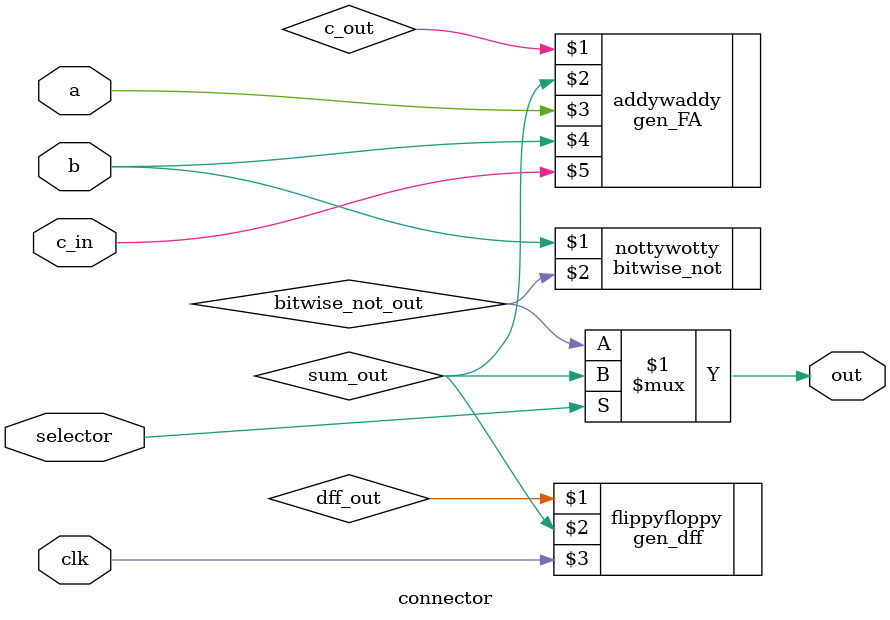
<source format=v>
`timescale 1ns / 1ps


module connector(out, a, b, c_in, clk, selector);
    parameter width = 1;
    
    // Inputs
    input [width-1:0]       a, b;
    input                   c_in, clk, selector;
    
    // Outputs
    output [width-1:0]      out;
    
    wire [width-1:0]        c_out, dff_out, bitwise_not_out, sum_out;               // Wire for c_out, dff, bitwise-not, fa
        
    gen_dff #(width) flippyfloppy(dff_out, sum_out, clk);       // parameterized dff
    gen_FA #(width) addywaddy(c_out, sum_out, a, b, c_in);      // parameterized full adder
    bitwise_not #(width) nottywotty(b, bitwise_not_out);                       // parameterized bit-wise not
    
    assign out = selector ? sum_out : bitwise_not_out;
endmodule

</source>
